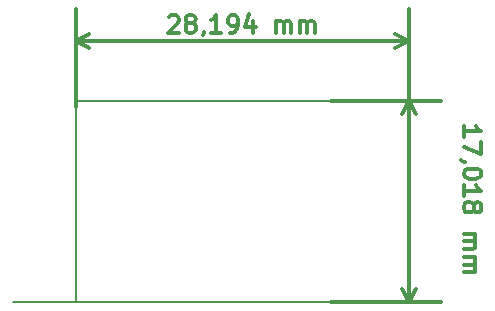
<source format=gbr>
G04 #@! TF.FileFunction,Drawing*
%FSLAX46Y46*%
G04 Gerber Fmt 4.6, Leading zero omitted, Abs format (unit mm)*
G04 Created by KiCad (PCBNEW 0.201511300701+6336~38~ubuntu14.04.1-stable) date mar 01 dic 2015 12:15:58 ART*
%MOMM*%
G01*
G04 APERTURE LIST*
%ADD10C,0.100000*%
%ADD11C,0.150000*%
%ADD12C,0.300000*%
G04 APERTURE END LIST*
D10*
D11*
X197358000Y-106426000D02*
X163830000Y-106426000D01*
X169164000Y-89408000D02*
X169164000Y-106426000D01*
X197358000Y-89408000D02*
X197358000Y-106426000D01*
X197358000Y-89408000D02*
X169164000Y-89408000D01*
D12*
X177046715Y-82299429D02*
X177118144Y-82228000D01*
X177261001Y-82156571D01*
X177618144Y-82156571D01*
X177761001Y-82228000D01*
X177832430Y-82299429D01*
X177903858Y-82442286D01*
X177903858Y-82585143D01*
X177832430Y-82799429D01*
X176975287Y-83656571D01*
X177903858Y-83656571D01*
X178761001Y-82799429D02*
X178618143Y-82728000D01*
X178546715Y-82656571D01*
X178475286Y-82513714D01*
X178475286Y-82442286D01*
X178546715Y-82299429D01*
X178618143Y-82228000D01*
X178761001Y-82156571D01*
X179046715Y-82156571D01*
X179189572Y-82228000D01*
X179261001Y-82299429D01*
X179332429Y-82442286D01*
X179332429Y-82513714D01*
X179261001Y-82656571D01*
X179189572Y-82728000D01*
X179046715Y-82799429D01*
X178761001Y-82799429D01*
X178618143Y-82870857D01*
X178546715Y-82942286D01*
X178475286Y-83085143D01*
X178475286Y-83370857D01*
X178546715Y-83513714D01*
X178618143Y-83585143D01*
X178761001Y-83656571D01*
X179046715Y-83656571D01*
X179189572Y-83585143D01*
X179261001Y-83513714D01*
X179332429Y-83370857D01*
X179332429Y-83085143D01*
X179261001Y-82942286D01*
X179189572Y-82870857D01*
X179046715Y-82799429D01*
X180046714Y-83585143D02*
X180046714Y-83656571D01*
X179975286Y-83799429D01*
X179903857Y-83870857D01*
X181475286Y-83656571D02*
X180618143Y-83656571D01*
X181046715Y-83656571D02*
X181046715Y-82156571D01*
X180903858Y-82370857D01*
X180761000Y-82513714D01*
X180618143Y-82585143D01*
X182189571Y-83656571D02*
X182475286Y-83656571D01*
X182618143Y-83585143D01*
X182689571Y-83513714D01*
X182832429Y-83299429D01*
X182903857Y-83013714D01*
X182903857Y-82442286D01*
X182832429Y-82299429D01*
X182761000Y-82228000D01*
X182618143Y-82156571D01*
X182332429Y-82156571D01*
X182189571Y-82228000D01*
X182118143Y-82299429D01*
X182046714Y-82442286D01*
X182046714Y-82799429D01*
X182118143Y-82942286D01*
X182189571Y-83013714D01*
X182332429Y-83085143D01*
X182618143Y-83085143D01*
X182761000Y-83013714D01*
X182832429Y-82942286D01*
X182903857Y-82799429D01*
X184189571Y-82656571D02*
X184189571Y-83656571D01*
X183832428Y-82085143D02*
X183475285Y-83156571D01*
X184403857Y-83156571D01*
X186118142Y-83656571D02*
X186118142Y-82656571D01*
X186118142Y-82799429D02*
X186189570Y-82728000D01*
X186332428Y-82656571D01*
X186546713Y-82656571D01*
X186689570Y-82728000D01*
X186760999Y-82870857D01*
X186760999Y-83656571D01*
X186760999Y-82870857D02*
X186832428Y-82728000D01*
X186975285Y-82656571D01*
X187189570Y-82656571D01*
X187332428Y-82728000D01*
X187403856Y-82870857D01*
X187403856Y-83656571D01*
X188118142Y-83656571D02*
X188118142Y-82656571D01*
X188118142Y-82799429D02*
X188189570Y-82728000D01*
X188332428Y-82656571D01*
X188546713Y-82656571D01*
X188689570Y-82728000D01*
X188760999Y-82870857D01*
X188760999Y-83656571D01*
X188760999Y-82870857D02*
X188832428Y-82728000D01*
X188975285Y-82656571D01*
X189189570Y-82656571D01*
X189332428Y-82728000D01*
X189403856Y-82870857D01*
X189403856Y-83656571D01*
X169164000Y-84328000D02*
X197358000Y-84328000D01*
X169164000Y-89916000D02*
X169164000Y-81628000D01*
X197358000Y-89916000D02*
X197358000Y-81628000D01*
X197358000Y-84328000D02*
X196231496Y-84914421D01*
X197358000Y-84328000D02*
X196231496Y-83741579D01*
X169164000Y-84328000D02*
X170290504Y-84914421D01*
X169164000Y-84328000D02*
X170290504Y-83741579D01*
X202013429Y-92432858D02*
X202013429Y-91575715D01*
X202013429Y-92004287D02*
X203513429Y-92004287D01*
X203299143Y-91861430D01*
X203156286Y-91718572D01*
X203084857Y-91575715D01*
X203513429Y-92932858D02*
X203513429Y-93932858D01*
X202013429Y-93290001D01*
X202084857Y-94575714D02*
X202013429Y-94575714D01*
X201870571Y-94504286D01*
X201799143Y-94432857D01*
X203513429Y-95504286D02*
X203513429Y-95647143D01*
X203442000Y-95790000D01*
X203370571Y-95861429D01*
X203227714Y-95932858D01*
X202942000Y-96004286D01*
X202584857Y-96004286D01*
X202299143Y-95932858D01*
X202156286Y-95861429D01*
X202084857Y-95790000D01*
X202013429Y-95647143D01*
X202013429Y-95504286D01*
X202084857Y-95361429D01*
X202156286Y-95290000D01*
X202299143Y-95218572D01*
X202584857Y-95147143D01*
X202942000Y-95147143D01*
X203227714Y-95218572D01*
X203370571Y-95290000D01*
X203442000Y-95361429D01*
X203513429Y-95504286D01*
X202013429Y-97432857D02*
X202013429Y-96575714D01*
X202013429Y-97004286D02*
X203513429Y-97004286D01*
X203299143Y-96861429D01*
X203156286Y-96718571D01*
X203084857Y-96575714D01*
X202870571Y-98290000D02*
X202942000Y-98147142D01*
X203013429Y-98075714D01*
X203156286Y-98004285D01*
X203227714Y-98004285D01*
X203370571Y-98075714D01*
X203442000Y-98147142D01*
X203513429Y-98290000D01*
X203513429Y-98575714D01*
X203442000Y-98718571D01*
X203370571Y-98790000D01*
X203227714Y-98861428D01*
X203156286Y-98861428D01*
X203013429Y-98790000D01*
X202942000Y-98718571D01*
X202870571Y-98575714D01*
X202870571Y-98290000D01*
X202799143Y-98147142D01*
X202727714Y-98075714D01*
X202584857Y-98004285D01*
X202299143Y-98004285D01*
X202156286Y-98075714D01*
X202084857Y-98147142D01*
X202013429Y-98290000D01*
X202013429Y-98575714D01*
X202084857Y-98718571D01*
X202156286Y-98790000D01*
X202299143Y-98861428D01*
X202584857Y-98861428D01*
X202727714Y-98790000D01*
X202799143Y-98718571D01*
X202870571Y-98575714D01*
X202013429Y-100647142D02*
X203013429Y-100647142D01*
X202870571Y-100647142D02*
X202942000Y-100718570D01*
X203013429Y-100861428D01*
X203013429Y-101075713D01*
X202942000Y-101218570D01*
X202799143Y-101289999D01*
X202013429Y-101289999D01*
X202799143Y-101289999D02*
X202942000Y-101361428D01*
X203013429Y-101504285D01*
X203013429Y-101718570D01*
X202942000Y-101861428D01*
X202799143Y-101932856D01*
X202013429Y-101932856D01*
X202013429Y-102647142D02*
X203013429Y-102647142D01*
X202870571Y-102647142D02*
X202942000Y-102718570D01*
X203013429Y-102861428D01*
X203013429Y-103075713D01*
X202942000Y-103218570D01*
X202799143Y-103289999D01*
X202013429Y-103289999D01*
X202799143Y-103289999D02*
X202942000Y-103361428D01*
X203013429Y-103504285D01*
X203013429Y-103718570D01*
X202942000Y-103861428D01*
X202799143Y-103932856D01*
X202013429Y-103932856D01*
X197358000Y-89408000D02*
X197358000Y-106426000D01*
X190754000Y-89408000D02*
X200058000Y-89408000D01*
X190754000Y-106426000D02*
X200058000Y-106426000D01*
X197358000Y-106426000D02*
X196771579Y-105299496D01*
X197358000Y-106426000D02*
X197944421Y-105299496D01*
X197358000Y-89408000D02*
X196771579Y-90534504D01*
X197358000Y-89408000D02*
X197944421Y-90534504D01*
M02*

</source>
